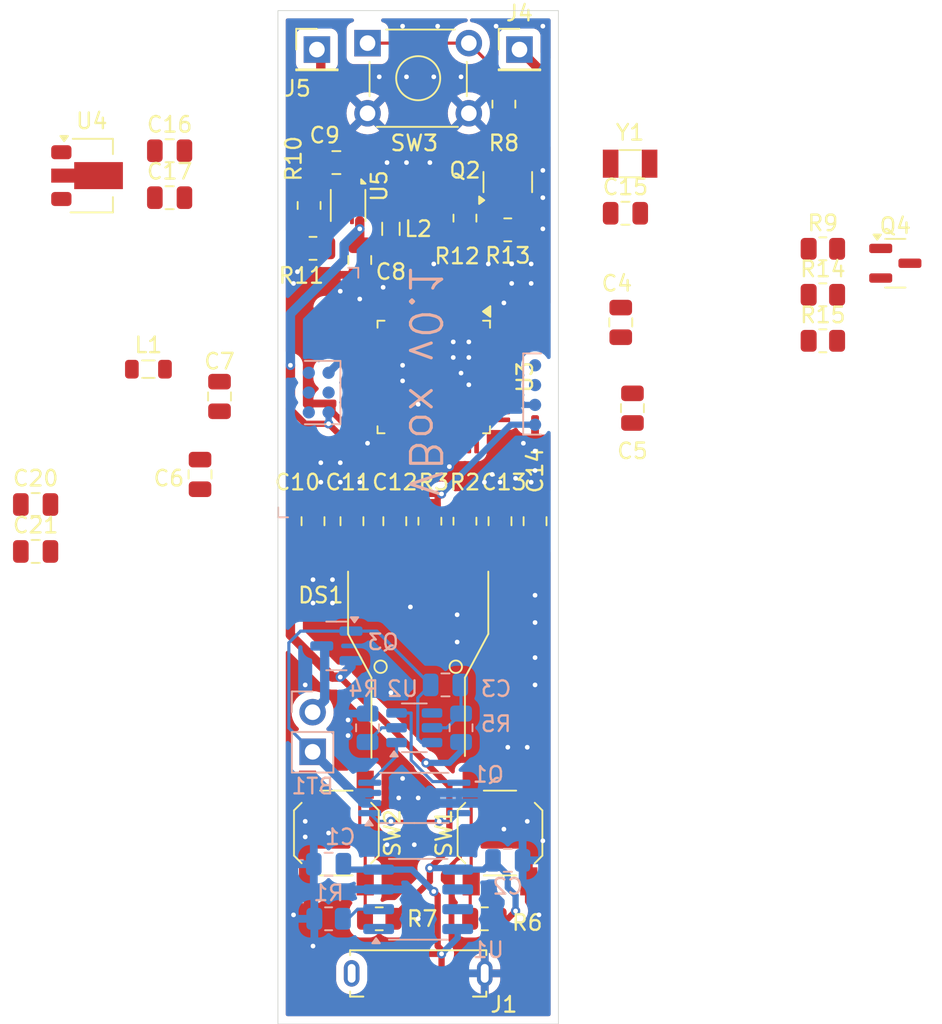
<source format=kicad_pcb>
(kicad_pcb
	(version 20240108)
	(generator "pcbnew")
	(generator_version "8.0")
	(general
		(thickness 1.6)
		(legacy_teardrops no)
	)
	(paper "A4")
	(layers
		(0 "F.Cu" signal)
		(31 "B.Cu" signal)
		(32 "B.Adhes" user "B.Adhesive")
		(33 "F.Adhes" user "F.Adhesive")
		(34 "B.Paste" user)
		(35 "F.Paste" user)
		(36 "B.SilkS" user "B.Silkscreen")
		(37 "F.SilkS" user "F.Silkscreen")
		(38 "B.Mask" user)
		(39 "F.Mask" user)
		(40 "Dwgs.User" user "User.Drawings")
		(41 "Cmts.User" user "User.Comments")
		(42 "Eco1.User" user "User.Eco1")
		(43 "Eco2.User" user "User.Eco2")
		(44 "Edge.Cuts" user)
		(45 "Margin" user)
		(46 "B.CrtYd" user "B.Courtyard")
		(47 "F.CrtYd" user "F.Courtyard")
		(48 "B.Fab" user)
		(49 "F.Fab" user)
		(50 "User.1" user)
		(51 "User.2" user)
		(52 "User.3" user)
		(53 "User.4" user)
		(54 "User.5" user)
		(55 "User.6" user)
		(56 "User.7" user)
		(57 "User.8" user)
		(58 "User.9" user)
	)
	(setup
		(pad_to_mask_clearance 0)
		(allow_soldermask_bridges_in_footprints no)
		(grid_origin 86.5 50)
		(pcbplotparams
			(layerselection 0x00010fc_ffffffff)
			(plot_on_all_layers_selection 0x0000000_00000000)
			(disableapertmacros no)
			(usegerberextensions no)
			(usegerberattributes yes)
			(usegerberadvancedattributes yes)
			(creategerberjobfile yes)
			(dashed_line_dash_ratio 12.000000)
			(dashed_line_gap_ratio 3.000000)
			(svgprecision 4)
			(plotframeref no)
			(viasonmask no)
			(mode 1)
			(useauxorigin no)
			(hpglpennumber 1)
			(hpglpenspeed 20)
			(hpglpendiameter 15.000000)
			(pdf_front_fp_property_popups yes)
			(pdf_back_fp_property_popups yes)
			(dxfpolygonmode yes)
			(dxfimperialunits yes)
			(dxfusepcbnewfont yes)
			(psnegative no)
			(psa4output no)
			(plotreference yes)
			(plotvalue yes)
			(plotfptext yes)
			(plotinvisibletext no)
			(sketchpadsonfab no)
			(subtractmaskfromsilk no)
			(outputformat 1)
			(mirror no)
			(drillshape 0)
			(scaleselection 1)
			(outputdirectory "./vbox-v0.1")
		)
	)
	(net 0 "")
	(net 1 "+BATT")
	(net 2 "Net-(U2-VCC)")
	(net 3 "unconnected-(J1-CC1-PadA5)")
	(net 4 "unconnected-(J1-CC2-PadB5)")
	(net 5 "RXD")
	(net 6 "TXD")
	(net 7 "MISO")
	(net 8 "RESET")
	(net 9 "SCK")
	(net 10 "MOSI")
	(net 11 "Net-(U5-SW)")
	(net 12 "Net-(U2-OD)")
	(net 13 "Net-(Q1-Pad1)")
	(net 14 "Net-(U2-OC)")
	(net 15 "Net-(Q2-G)")
	(net 16 "Net-(U1-PROG)")
	(net 17 "Net-(U2-CS)")
	(net 18 "moins")
	(net 19 "plus")
	(net 20 "fire")
	(net 21 "Net-(U5-FB)")
	(net 22 "PWM")
	(net 23 "unconnected-(U1-TEMP-Pad1)")
	(net 24 "unconnected-(U2-TD-Pad4)")
	(net 25 "BOOST_EN")
	(net 26 "unconnected-(U5-MODE-Pad6)")
	(net 27 "unconnected-(U1-~{CHRG}-Pad7)")
	(net 28 "unconnected-(U1-~{STDBY}-Pad6)")
	(net 29 "Net-(DS1-C2P)")
	(net 30 "Net-(DS1-C2N)")
	(net 31 "Net-(DS1-C1P)")
	(net 32 "Net-(DS1-C1N)")
	(net 33 "Net-(DS1-N.C.)")
	(net 34 "Net-(DS1-VCOMH)")
	(net 35 "Net-(DS1-VCC)")
	(net 36 "Net-(DS1-IREF)")
	(net 37 "Net-(DS1-RES#)")
	(net 38 "SDA")
	(net 39 "SCL")
	(net 40 "+USB5V")
	(net 41 "+BOOSTED5V")
	(net 42 "/-BT1")
	(net 43 "/+BT1")
	(net 44 "Net-(U3-VDDCORE)")
	(net 45 "unconnected-(U3-PA07-Pad12)")
	(net 46 "unconnected-(U3-PA28-Pad41)")
	(net 47 "unconnected-(U3-PA09-Pad14)")
	(net 48 "unconnected-(U3-PB03-Pad48)")
	(net 49 "unconnected-(U3-PB08-Pad7)")
	(net 50 "unconnected-(U3-PA13-Pad22)")
	(net 51 "unconnected-(U3-PA24-Pad33)")
	(net 52 "unconnected-(U3-PA25-Pad34)")
	(net 53 "unconnected-(U3-PB11-Pad20)")
	(net 54 "unconnected-(U3-PB02-Pad47)")
	(net 55 "unconnected-(U3-PB09-Pad8)")
	(net 56 "unconnected-(U3-PA21-Pad30)")
	(net 57 "unconnected-(U3-PA05-Pad10)")
	(net 58 "unconnected-(U3-PA30-Pad45)")
	(net 59 "unconnected-(U3-PA31-Pad46)")
	(net 60 "unconnected-(U3-PA04-Pad9)")
	(net 61 "unconnected-(U3-PA06-Pad11)")
	(net 62 "+3.3V")
	(net 63 "Net-(U3-VDDANA)")
	(net 64 "Net-(U3-PA00)")
	(net 65 "Net-(U3-PA01)")
	(net 66 "unconnected-(U3-PA20-Pad29)")
	(net 67 "unconnected-(U3-PA12-Pad21)")
	(net 68 "unconnected-(U3-PB10-Pad19)")
	(net 69 "ss")
	(net 70 "coil-")
	(net 71 "coil+")
	(net 72 "Net-(Q4-S)")
	(net 73 "Net-(Q4-G)")
	(net 74 "CoilResSwitch")
	(footprint "My_footprint:oled DD-9616BE-3A_fliped(folded)" (layer "F.Cu") (at 95.5 85.484))
	(footprint "Resistor_SMD:R_0805_2012Metric" (layer "F.Cu") (at 101 56 90))
	(footprint "Resistor_SMD:R_0805_2012Metric" (layer "F.Cu") (at 121.47 68.23))
	(footprint "Resistor_SMD:R_0805_2012Metric" (layer "F.Cu") (at 121.47 71.18))
	(footprint "Inductor_SMD:L_0805_2012Metric" (layer "F.Cu") (at 93.75 64 90))
	(footprint "Capacitor_SMD:C_0805_2012Metric" (layer "F.Cu") (at 79.55 58.99))
	(footprint "Capacitor_SMD:C_0805_2012Metric" (layer "F.Cu") (at 79.55 62))
	(footprint "Capacitor_SMD:C_0805_2012Metric" (layer "F.Cu") (at 109.25 75.5 -90))
	(footprint "Resistor_SMD:R_0805_2012Metric" (layer "F.Cu") (at 88.75 65.25 180))
	(footprint "Resistor_SMD:R_0805_2012Metric" (layer "F.Cu") (at 121.47 65.28))
	(footprint "Capacitor_SMD:C_0805_2012Metric" (layer "F.Cu") (at 70.95 84.69))
	(footprint "Resistor_SMD:R_0805_2012Metric" (layer "F.Cu") (at 96.25 82.75 90))
	(footprint "Resistor_SMD:R_0805_2012Metric" (layer "F.Cu") (at 98.5 82.75 -90))
	(footprint "Package_TO_SOT_SMD:SOT-23" (layer "F.Cu") (at 101.25 61 90))
	(footprint "Resistor_SMD:R_0805_2012Metric" (layer "F.Cu") (at 99.75 108.25 180))
	(footprint "Resistor_SMD:R_0805_2012Metric" (layer "F.Cu") (at 88.5 62.5 -90))
	(footprint "Package_TO_SOT_SMD:SOT-23" (layer "F.Cu") (at 126.12 66.205))
	(footprint "Package_TO_SOT_SMD:SOT-89-3" (layer "F.Cu") (at 74.55 60.585))
	(footprint "Capacitor_SMD:C_0805_2012Metric" (layer "F.Cu") (at 100.75 82.75 -90))
	(footprint "Capacitor_SMD:C_0805_2012Metric" (layer "F.Cu") (at 91.25 82.75 -90))
	(footprint "Package_DFN_QFN:Texas_RWU0007A_VQFN-7_2x2mm_P0.5mm" (layer "F.Cu") (at 91 62.5 -90))
	(footprint "Button_Switch_SMD:SW_SPST_SKQG_WithStem" (layer "F.Cu") (at 100.75 102.75 90))
	(footprint "Capacitor_SMD:C_0805_2012Metric" (layer "F.Cu") (at 81.5 79.75 -90))
	(footprint "Capacitor_SMD:C_0805_2012Metric" (layer "F.Cu") (at 94 82.75 -90))
	(footprint "Button_Switch_THT:SW_TH_Tactile_Omron_B3F-10xx" (layer "F.Cu") (at 92.25 52.0875))
	(footprint "Resistor_SMD:R_0805_2012Metric" (layer "F.Cu") (at 98.5 63.3125 -90))
	(footprint "Capacitor_SMD:C_0805_2012Metric" (layer "F.Cu") (at 82.75 74.75 90))
	(footprint "Inductor_SMD:L_0805_2012Metric" (layer "F.Cu") (at 78.1875 73))
	(footprint "Capacitor_SMD:C_0805_2012Metric" (layer "F.Cu") (at 108.8 63))
	(footprint "Package_QFP:TQFP-48_7x7mm_P0.5mm" (layer "F.Cu") (at 96.5 73.5 -90))
	(footprint "Connector_PinHeader_2.54mm:PinHeader_1x01_P2.54mm_Vertical" (layer "F.Cu") (at 89 52.5))
	(footprint "Capacitor_SMD:C_0805_2012Metric" (layer "F.Cu") (at 103 82.75 -90))
	(footprint "Button_Switch_SMD:SW_SPST_SKQG_WithoutStem" (layer "F.Cu") (at 90.25 102.75 -90))
	(footprint "Capacitor_SMD:C_0805_2012Metric" (layer "F.Cu") (at 90.25 59.75))
	(footprint "My_footprint:CUI_UJC-VP-3-SMT-TR" (layer "F.Cu") (at 95.5 111.75 180))
	(footprint "Capacitor_SMD:C_0805_2012Metric"
		(layer "F.Cu")
		(uuid "dfa644f1-2b4a-4d93-9450-f3bd2724c3bb")
		(at 91.75 66 -90)
		(descr "Capacitor SMD 0805 (2012 Metric), square (rectangular) end terminal, IPC_7351 nominal, (Body size source: IPC-SM-782 page 76, https://www.pcb-3d.com/wordpress/wp-content/uploads/ipc-sm-782a_amendment_1_and_2.pdf, https://docs.google.com/spreadsheets/d/1BsfQQcO9C6DZCsRaXUlFlo91Tg2WpOkGARC1WS5S8t0/edit?usp=sharing), generated with kicad-footprint-generator")
		(tags "capacitor")
		(property "Reference" "C8"
			(at 0.75 -2 180)
			(layer "F.SilkS")
			(uuid "dbcb1026-1434-45c4-953c-d26280f2ae23")
			(effects
				(font
					(size 1 1)
					(thickness 0.15)
				)
			)
		)
		(property "Value" "10µF"
			(at 0 1.68 90)
			(layer "F.Fab")
			(uuid "e75bc858-054a-4adc-8b64-6364cb0c292a")
			(effects
				(font
					(size 1 1)
					(thickness 0.15)
				)
			)
		)
		(property "Footprint" "Capacitor_SMD:C_0805_2012Metric"
			(at 0 0 -90)
			(unlocked yes)
			(layer "F.Fab")
			(hide yes)
			(uuid "802682a1-6aee-4364-8d81-1d18f7cf1c24")
			(effects
				(font
					(size 1.27 1.27)
					(thickness 0.15)
				)
			)
		)
		(property "Datasheet" ""
			(at 0 0 -90)
			(unlocked yes)
			(layer "F.Fab")
			(hide yes)
			(uuid "863f37be-4ec8-4558-9e89-88ab52da8da7")
			(effects
				(font
					(size 1.27 1.27)
					(thickness 0.15)
				)
			)
		)
		(property "Description" "Unpolarized capacitor"
			(at 0 0 -90)
			(unlocked yes)
			(layer "F.Fab")
			(hide yes)
			(uuid "7e1548f3-db87-4eac-ba51-edb80b11b02f")
			(effects
				(font
					(size 1.27 1.27)
					(thickness 0.15)
				)
			)
		)
		(property ki_fp_filters "C_*")
		(path "/add02315-5932-4ac8-b5b1-3d6633ce5700")
		(sheetname "Root")
		(sheetfile "boxmod.kicad_sch")
		(attr smd)
		(fp_line
			(start -0.261252 0.735)
			(end 0.261252 0.735)
			(stroke
				(width 0.12)
				(type solid)
			)
			(layer "F.SilkS")
			(uuid "6b417ef4-0797-4c68-be36-c1bf040d1946")
		)
		(fp_line
			(start -0.261252 -0.735)
			(end 0.261252 -0.735)
			(stroke
				(width 0.12)
				(type solid)
			)
			(layer "F.SilkS")
			(uuid "c1bdb20e-102e-40c0-bff1-e27b3fb4d105")
		)
		(fp_line
			(start -1.7 0.98)
			(end -1.7 -0.98)
			(stroke
				(width 0.05)
				(type solid)
			)
			(layer "F.CrtYd")
			(uuid "fdbcff15-48fa-4df0-a0ee-85428971d3de")
		)
		(fp_line
			(start 1.7 0.98)
			(end -1.7 0.98)
			(stroke
				(width 0.05)
				(type solid)
			)
			(layer "F.CrtYd")
			(uuid "baf87e3b-61ef-4072-9fb4-618f16b47431")
		)
		(fp_line
			(start -1.7 -0.98)
			(end 1.7 -0.98)
			(stroke
				(width 0.05)
				(type solid)
			)
			(layer "F.CrtYd")
			(uuid "881bfb77-2326-48c0-b1cb-d33df45b90d5")
		)
		(fp_line
			(start 1.7 -0.98)
			(end 1.7 0.98)
			(stroke
				(width 0.05)
				(type solid)
			)
			(layer "F.CrtYd")
			(uuid "36647f59-5be6-4ba6-8c42-7be064182c52")
		)
		(fp_line
			(start -1 0.625)
			(end -1 -0.625)
			(stroke
				(width 0.1)
				(type solid)
			)
			(layer "F.Fab")
			(uuid "80e94512-6628-44a1-8818-fe7f5066c2e9")
		)
		(fp_line
			(start 1 0.625)
			(end -1 0.625)
			(stroke
				(width 0.1)
				(type solid)
			)
			(layer "F.Fab")
			(uuid "5d38b9da-aa97-41ac-9cf1-0a36e0afaecd")
		)
		(fp_line
			(start -1 -0.625)
			(end 1 -0.625)
			(stroke
				(width 0.1)
				(type solid)
			)
			(layer "F.Fab")
			(uuid "13a17b9d-f412-4f20-bf8e-e97a83da35f6")
		)
		(fp_line
			(start 1 -0.625)
			(end 1 0.625)
			(stroke
				(width 0.1)
				(type solid)
			)
			(layer "F.Fab")
			(uuid "71c766b6-ae56-4c85-8556-3ab2893f9a6f")
		)
		(fp_text user "${REFERENCE}"
			(at 0 0 90)
			(layer "F.Fab")
			(uuid "6c100f4a-5314-4a46-8ce7-ca37162a8ae0")
			(effects
				(font
					(size 0.5 0.5)
					(thickness 0.08)
				)
			)
		)
		(pad "1" smd roundrect
			(at -0.95 0 270)
			(size 1 1.45)
			(layers "F.Cu" "F.Paste" "F.Mask")
			(roundrect_rratio 0.25)
			(net 1 "+BATT")
			(pintype "passive")
			(uuid "531077cd-b6cc-49f4-9582-60a90f4dcb8f")
		)
		(pad "2" smd roundrect
			(at 0.95 0 270)
			(size 1 1.45)
			(layers "F.Cu" "F.Paste" "F.Mask")
			(roundrect_rratio 0.25)
			(net 70 "coil-")
			(pintype "passive")
			(uuid "7ca1c3c0-66e3-410b-9575-e4415d9dc99a")
		)
		(model "${KICAD8_3DMODEL_DIR}/Capacitor_SMD.3dshapes/C_0805_2012Metric.wrl"
			(offset
				(xyz 0 0 0)
			)
			(scale
				(xyz 1 1 1)
			)
			(rotat
... [292983 chars truncated]
</source>
